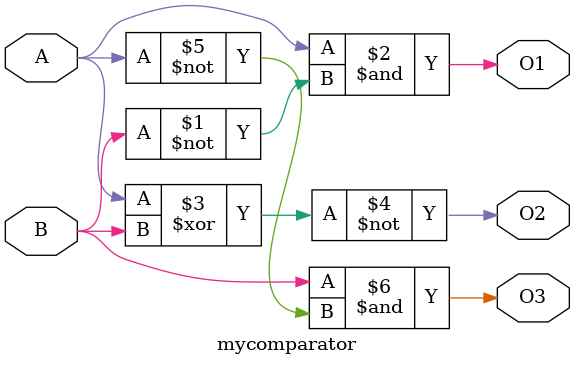
<source format=v>
module mycomparator(
    input A,
    input B,
    output O1,
    output O2,
    output O3
);

assign O1= A&(~B);
assign O2= ~(A^B);
assign O3= B&(~A);
   



endmodule
</source>
